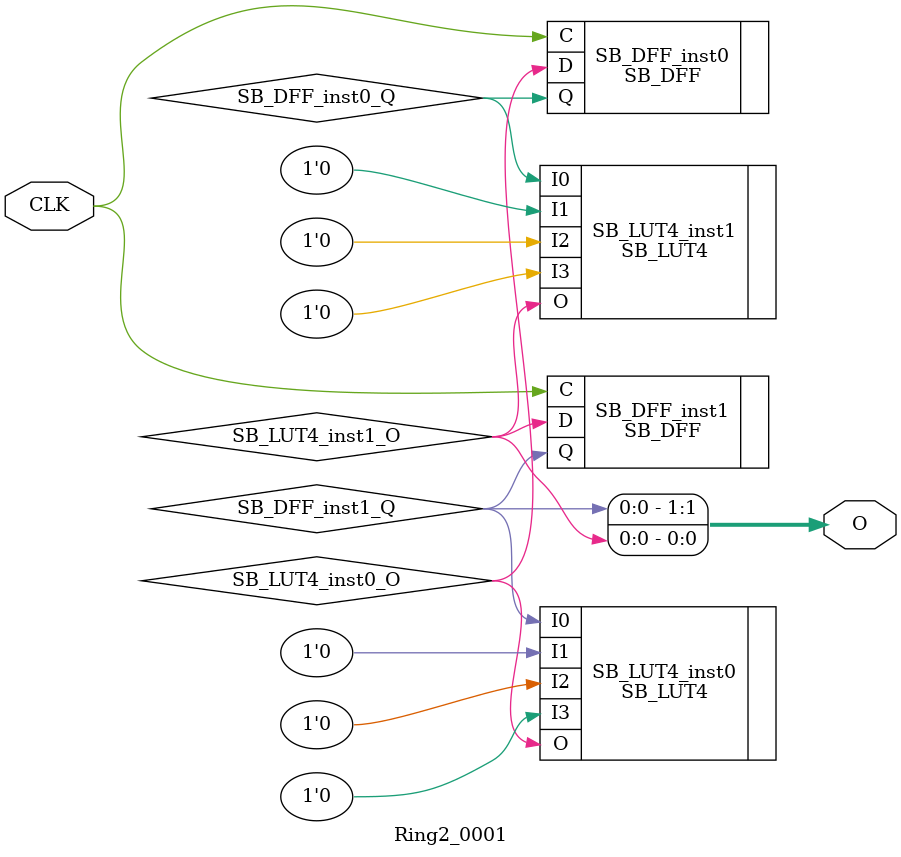
<source format=v>
module Ring2_0001 (output [1:0] O, input  CLK);
wire  SB_DFF_inst0_Q;
wire  SB_LUT4_inst0_O;
wire  SB_LUT4_inst1_O;
wire  SB_DFF_inst1_Q;
SB_DFF SB_DFF_inst0 (.C(CLK), .D(SB_LUT4_inst0_O), .Q(SB_DFF_inst0_Q));
SB_LUT4 #(.LUT_INIT(16'h5555)) SB_LUT4_inst0 (.I0(SB_DFF_inst1_Q), .I1(1'b0), .I2(1'b0), .I3(1'b0), .O(SB_LUT4_inst0_O));
SB_LUT4 #(.LUT_INIT(16'h5555)) SB_LUT4_inst1 (.I0(SB_DFF_inst0_Q), .I1(1'b0), .I2(1'b0), .I3(1'b0), .O(SB_LUT4_inst1_O));
SB_DFF SB_DFF_inst1 (.C(CLK), .D(SB_LUT4_inst1_O), .Q(SB_DFF_inst1_Q));
assign O = {SB_DFF_inst1_Q,SB_LUT4_inst1_O};
endmodule


</source>
